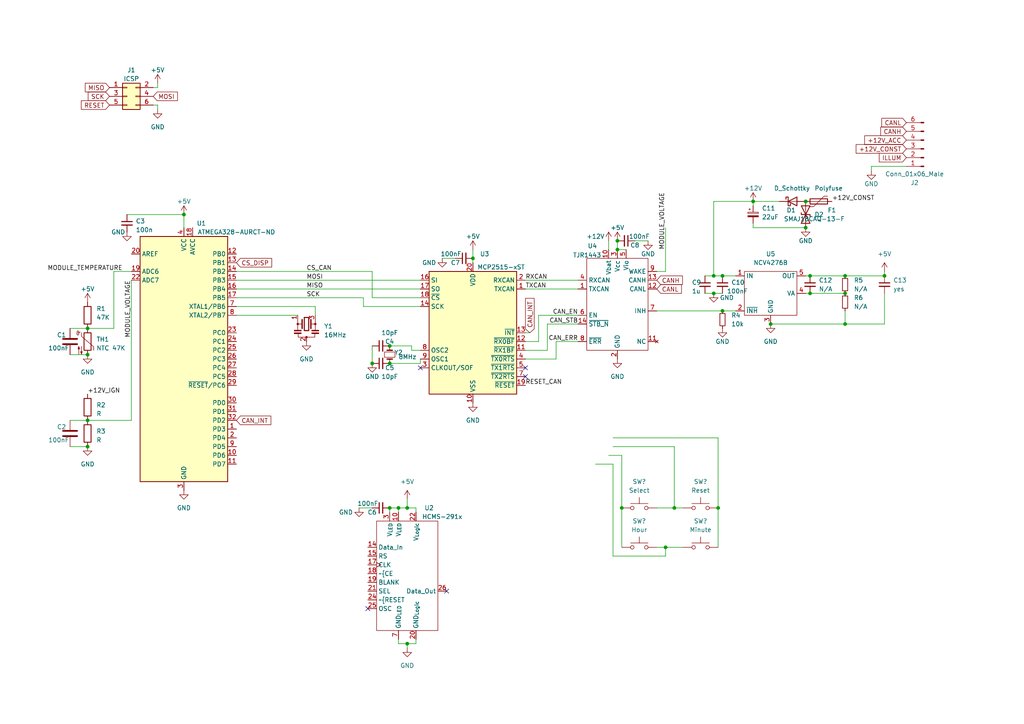
<source format=kicad_sch>
(kicad_sch (version 20211123) (generator eeschema)
  (paper "A4")
  (lib_symbols
    (symbol "Connector:Conn_01x06_Male" (pin_names (offset 1.016) hide)
      (property "Reference" "J" (at 0 7.62 0))
      (property "Value" "Conn_01x06_Male" (at 0 -10.16 0))
      (symbol "Conn_01x06_Male_1_1"
        (polyline (pts (xy 1.27 -7.62) (xy 0.8636 -7.62)) (stroke (width 0.1524)))
        (polyline (pts (xy 1.27 -5.08) (xy 0.8636 -5.08)) (stroke (width 0.1524)))
        (polyline (pts (xy 1.27 -2.54) (xy 0.8636 -2.54)) (stroke (width 0.1524)))
        (polyline (pts (xy 1.27 0) (xy 0.8636 0)) (stroke (width 0.1524)))
        (polyline (pts (xy 1.27 2.54) (xy 0.8636 2.54)) (stroke (width 0.1524)))
        (polyline (pts (xy 1.27 5.08) (xy 0.8636 5.08)) (stroke (width 0.1524)))
        (rectangle (start 0.8636 -7.493) (end 0 -7.747) (stroke (width 0.1524)) (fill (type outline)))
        (rectangle (start 0.8636 -4.953) (end 0 -5.207) (stroke (width 0.1524)) (fill (type outline)))
        (rectangle (start 0.8636 -2.413) (end 0 -2.667) (stroke (width 0.1524)) (fill (type outline)))
        (rectangle (start 0.8636 0.127) (end 0 -0.127) (stroke (width 0.1524)) (fill (type outline)))
        (rectangle (start 0.8636 2.667) (end 0 2.413) (stroke (width 0.1524)) (fill (type outline)))
        (rectangle (start 0.8636 5.207) (end 0 4.953) (stroke (width 0.1524)) (fill (type outline)))
        (pin passive line (at 5.08 5.08 180) (length 3.81) (name "Pin_1") (number "1"))
        (pin passive line (at 5.08 2.54 180) (length 3.81) (name "Pin_2") (number "2"))
        (pin passive line (at 5.08 0 180) (length 3.81) (name "Pin_3") (number "3"))
        (pin passive line (at 5.08 -2.54 180) (length 3.81) (name "Pin_4") (number "4"))
        (pin passive line (at 5.08 -5.08 180) (length 3.81) (name "Pin_5") (number "5"))
        (pin passive line (at 5.08 -7.62 180) (length 3.81) (name "Pin_6") (number "6"))
      )
    )
    (symbol "Connector_Generic:Conn_02x03_Odd_Even" (pin_names (offset 1.016) hide)
      (property "Reference" "J" (at 1.27 5.08 0))
      (property "Value" "Conn_02x03_Odd_Even" (at 1.27 -5.08 0))
      (symbol "Conn_02x03_Odd_Even_1_1"
        (rectangle (start -1.27 -2.413) (end 0 -2.667) (stroke (width 0.1524)))
        (rectangle (start -1.27 0.127) (end 0 -0.127) (stroke (width 0.1524)))
        (rectangle (start -1.27 2.667) (end 0 2.413) (stroke (width 0.1524)))
        (rectangle (start -1.27 3.81) (end 3.81 -3.81) (stroke (width 0.254)) (fill (type background)))
        (rectangle (start 3.81 -2.413) (end 2.54 -2.667) (stroke (width 0.1524)))
        (rectangle (start 3.81 0.127) (end 2.54 -0.127) (stroke (width 0.1524)))
        (rectangle (start 3.81 2.667) (end 2.54 2.413) (stroke (width 0.1524)))
        (pin passive line (at -5.08 2.54 0) (length 3.81) (name "Pin_1") (number "1"))
        (pin passive line (at 7.62 2.54 180) (length 3.81) (name "Pin_2") (number "2"))
        (pin passive line (at -5.08 0 0) (length 3.81) (name "Pin_3") (number "3"))
        (pin passive line (at 7.62 0 180) (length 3.81) (name "Pin_4") (number "4"))
        (pin passive line (at -5.08 -2.54 0) (length 3.81) (name "Pin_5") (number "5"))
        (pin passive line (at 7.62 -2.54 180) (length 3.81) (name "Pin_6") (number "6"))
      )
    )
    (symbol "Device:C" (pin_numbers hide) (pin_names (offset 0.254))
      (property "Reference" "C" (at 0.635 2.54 0))
      (property "Value" "C" (at 0.635 -2.54 0))
      (symbol "C_0_1"
        (polyline (pts (xy -2.032 -0.762) (xy 2.032 -0.762)) (stroke (width 0.508)))
        (polyline (pts (xy -2.032 0.762) (xy 2.032 0.762)) (stroke (width 0.508)))
      )
      (symbol "C_1_1"
        (pin passive line (at 0 3.81 270) (length 2.794) (name "~") (number "1"))
        (pin passive line (at 0 -3.81 90) (length 2.794) (name "~") (number "2"))
      )
    )
    (symbol "Device:C_Polarized_Small" (pin_numbers hide) (pin_names (offset 0.254) hide)
      (property "Reference" "C" (at 0.254 1.778 0))
      (property "Value" "C_Polarized_Small" (at 0.254 -2.032 0))
      (symbol "C_Polarized_Small_0_1"
        (rectangle (start -1.524 -0.3048) (end 1.524 -0.6858) (fill (type outline)))
        (rectangle (start -1.524 0.6858) (end 1.524 0.3048))
        (polyline (pts (xy -1.27 1.524) (xy -0.762 1.524)))
        (polyline (pts (xy -1.016 1.27) (xy -1.016 1.778)))
      )
      (symbol "C_Polarized_Small_1_1"
        (pin passive line (at 0 2.54 270) (length 1.8542) (name "~") (number "1"))
        (pin passive line (at 0 -2.54 90) (length 1.8542) (name "~") (number "2"))
      )
    )
    (symbol "Device:C_Small" (pin_numbers hide) (pin_names (offset 0.254) hide)
      (property "Reference" "C" (at 0.254 1.778 0))
      (property "Value" "C_Small" (at 0.254 -2.032 0))
      (symbol "C_Small_0_1"
        (polyline (pts (xy -1.524 -0.508) (xy 1.524 -0.508)) (stroke (width 0.3302)))
        (polyline (pts (xy -1.524 0.508) (xy 1.524 0.508)) (stroke (width 0.3048)))
      )
      (symbol "C_Small_1_1"
        (pin passive line (at 0 2.54 270) (length 2.032) (name "~") (number "1"))
        (pin passive line (at 0 -2.54 90) (length 2.032) (name "~") (number "2"))
      )
    )
    (symbol "Device:Crystal_Small" (pin_numbers hide) (pin_names (offset 1.016) hide)
      (property "Reference" "Y" (at 0 2.54 0))
      (property "Value" "Crystal_Small" (at 0 -2.54 0))
      (symbol "Crystal_Small_0_1"
        (rectangle (start -0.762 -1.524) (end 0.762 1.524))
        (polyline (pts (xy -1.27 -0.762) (xy -1.27 0.762)) (stroke (width 0.381)))
        (polyline (pts (xy 1.27 -0.762) (xy 1.27 0.762)) (stroke (width 0.381)))
      )
      (symbol "Crystal_Small_1_1"
        (pin passive line (at -2.54 0 0) (length 1.27) (name "1") (number "1"))
        (pin passive line (at 2.54 0 180) (length 1.27) (name "2") (number "2"))
      )
    )
    (symbol "Device:D_Schottky" (pin_numbers hide) (pin_names (offset 1.016) hide)
      (property "Reference" "D" (at 0 2.54 0))
      (property "Value" "D_Schottky" (at 0 -2.54 0))
      (symbol "D_Schottky_0_1"
        (polyline (pts (xy 1.27 0) (xy -1.27 0)))
        (polyline (pts (xy 1.27 1.27) (xy 1.27 -1.27) (xy -1.27 0) (xy 1.27 1.27)) (stroke (width 0.254)))
        (polyline (pts (xy -1.905 0.635) (xy -1.905 1.27) (xy -1.27 1.27) (xy -1.27 -1.27) (xy -0.635 -1.27) (xy -0.635 -0.635)) (stroke (width 0.254)))
      )
      (symbol "D_Schottky_1_1"
        (pin passive line (at -3.81 0 0) (length 2.54) (name "K") (number "1"))
        (pin passive line (at 3.81 0 180) (length 2.54) (name "A") (number "2"))
      )
    )
    (symbol "Device:D_TVS" (pin_numbers hide) (pin_names (offset 1.016) hide)
      (property "Reference" "D" (at 0 2.54 0))
      (property "Value" "D_TVS" (at 0 -2.54 0))
      (symbol "D_TVS_0_1"
        (polyline (pts (xy 1.27 0) (xy -1.27 0)))
        (polyline (pts (xy 0.508 1.27) (xy 0 1.27) (xy 0 -1.27) (xy -0.508 -1.27)) (stroke (width 0.254)))
        (polyline (pts (xy -2.54 1.27) (xy -2.54 -1.27) (xy 2.54 1.27) (xy 2.54 -1.27) (xy -2.54 1.27)) (stroke (width 0.254)))
      )
      (symbol "D_TVS_1_1"
        (pin passive line (at -3.81 0 0) (length 2.54) (name "A1") (number "1"))
        (pin passive line (at 3.81 0 180) (length 2.54) (name "A2") (number "2"))
      )
    )
    (symbol "Device:Polyfuse" (pin_numbers hide) (pin_names (offset 0))
      (property "Reference" "F" (at -2.54 0 90))
      (property "Value" "Polyfuse" (at 2.54 0 90))
      (symbol "Polyfuse_0_1"
        (rectangle (start -0.762 2.54) (end 0.762 -2.54) (stroke (width 0.254)))
        (polyline (pts (xy 0 2.54) (xy 0 -2.54)))
        (polyline (pts (xy -1.524 2.54) (xy -1.524 1.524) (xy 1.524 -1.524) (xy 1.524 -2.54)))
      )
      (symbol "Polyfuse_1_1"
        (pin passive line (at 0 3.81 270) (length 1.27) (name "~") (number "1"))
        (pin passive line (at 0 -3.81 90) (length 1.27) (name "~") (number "2"))
      )
    )
    (symbol "Device:R" (pin_numbers hide) (pin_names (offset 0))
      (property "Reference" "R" (at 2.032 0 90))
      (property "Value" "R" (at 0 0 90))
      (symbol "R_0_1"
        (rectangle (start -1.016 -2.54) (end 1.016 2.54) (stroke (width 0.254)))
      )
      (symbol "R_1_1"
        (pin passive line (at 0 3.81 270) (length 1.27) (name "~") (number "1"))
        (pin passive line (at 0 -3.81 90) (length 1.27) (name "~") (number "2"))
      )
    )
    (symbol "Device:R_Small" (pin_numbers hide) (pin_names (offset 0.254) hide)
      (property "Reference" "R" (at 0.762 0.508 0))
      (property "Value" "R_Small" (at 0.762 -1.016 0))
      (symbol "R_Small_0_1"
        (rectangle (start -0.762 1.778) (end 0.762 -1.778) (stroke (width 0.2032)))
      )
      (symbol "R_Small_1_1"
        (pin passive line (at 0 2.54 270) (length 0.762) (name "~") (number "1"))
        (pin passive line (at 0 -2.54 90) (length 0.762) (name "~") (number "2"))
      )
    )
    (symbol "Device:Resonator_Small" (pin_names (offset 1.016) hide)
      (property "Reference" "Y" (at 3.175 1.905 0))
      (property "Value" "Resonator_Small" (at 3.175 0 0))
      (symbol "Resonator_Small_0_1"
        (rectangle (start -3.556 -2.54) (end -1.524 -2.794) (fill (type outline)))
        (rectangle (start -3.556 -1.778) (end -1.524 -2.032) (fill (type outline)))
        (circle (center -2.54 0) (radius 0.254) (fill (type outline)))
        (rectangle (start -0.635 1.905) (end 0.635 -1.905) (stroke (width 0.3048)))
        (circle (center 0 -3.81) (radius 0.254) (fill (type outline)))
        (polyline (pts (xy -2.54 -1.778) (xy -2.54 0)))
        (polyline (pts (xy -2.54 0) (xy -1.397 0)))
        (polyline (pts (xy -2.54 1.27) (xy -2.54 0)))
        (polyline (pts (xy -1.27 -1.27) (xy -1.27 1.27)) (stroke (width 0.381)))
        (polyline (pts (xy 1.27 -1.27) (xy 1.27 1.27)) (stroke (width 0.381)))
        (polyline (pts (xy 1.27 0) (xy 2.54 0)))
        (polyline (pts (xy 2.54 0) (xy 2.54 -1.778)))
        (polyline (pts (xy 2.54 1.27) (xy 2.54 0)))
        (polyline (pts (xy 2.413 -2.794) (xy 2.413 -3.81) (xy -2.413 -3.81) (xy -2.413 -2.667)))
        (rectangle (start 1.524 -2.54) (end 3.556 -2.794) (fill (type outline)))
        (rectangle (start 1.524 -1.778) (end 3.556 -2.032) (fill (type outline)))
        (circle (center 2.54 0) (radius 0.254) (fill (type outline)))
      )
      (symbol "Resonator_Small_1_1"
        (pin passive line (at -2.54 2.54 270) (length 1.27) (name "1") (number "1"))
        (pin passive line (at 0 -5.08 90) (length 1.27) (name "2") (number "2"))
        (pin passive line (at 2.54 2.54 270) (length 1.27) (name "3") (number "3"))
      )
    )
    (symbol "Device:Thermistor_NTC" (pin_numbers hide) (pin_names (offset 0))
      (property "Reference" "TH" (at -4.445 0 90))
      (property "Value" "Thermistor_NTC" (at 3.175 0 90))
      (symbol "Thermistor_NTC_0_1"
        (arc (start -3.048 2.159) (mid -3.0505 2.3165) (end -3.175 2.413))
        (arc (start -3.048 2.159) (mid -2.9736 1.9794) (end -2.794 1.905))
        (arc (start -3.048 2.794) (mid -2.9736 2.6144) (end -2.794 2.54))
        (arc (start -2.794 1.905) (mid -2.6144 1.9794) (end -2.54 2.159))
        (arc (start -2.794 2.54) (mid -2.434 2.5608) (end -2.159 2.794))
        (arc (start -2.794 3.048) (mid -2.9736 2.9736) (end -3.048 2.794))
        (arc (start -2.54 2.794) (mid -2.6144 2.9736) (end -2.794 3.048))
        (rectangle (start -1.016 2.54) (end 1.016 -2.54) (stroke (width 0.254)))
        (polyline (pts (xy -2.54 2.159) (xy -2.54 2.794)))
        (polyline (pts (xy -1.778 2.54) (xy -1.778 1.524) (xy 1.778 -1.524) (xy 1.778 -2.54)))
        (polyline (pts (xy -2.54 -3.683) (xy -2.54 -1.397) (xy -2.794 -2.159) (xy -2.286 -2.159) (xy -2.54 -1.397) (xy -2.54 -1.651)) (fill (type outline)))
        (polyline (pts (xy -1.778 -1.397) (xy -1.778 -3.683) (xy -2.032 -2.921) (xy -1.524 -2.921) (xy -1.778 -3.683) (xy -1.778 -3.429)) (fill (type outline)))
      )
      (symbol "Thermistor_NTC_1_1"
        (pin passive line (at 0 3.81 270) (length 1.27) (name "~") (number "1"))
        (pin passive line (at 0 -3.81 90) (length 1.27) (name "~") (number "2"))
      )
    )
    (symbol "Interface_CAN_LIN:MCP2515-xST"
      (property "Reference" "U" (at -10.16 19.685 0))
      (property "Value" "MCP2515-xST" (at 19.05 20.32 0))
      (symbol "MCP2515-xST_0_1"
        (rectangle (start -12.7 17.78) (end 12.7 -17.78) (stroke (width 0.254)) (fill (type background)))
      )
      (symbol "MCP2515-xST_1_1"
        (pin output line (at 15.24 12.7 180) (length 2.54) (name "TXCAN") (number "1"))
        (pin power_in line (at 0 -20.32 90) (length 2.54) (name "VSS") (number "10"))
        (pin output line (at 15.24 -5.08 180) (length 2.54) (name "~{RX1BF}") (number "11"))
        (pin output line (at 15.24 -2.54 180) (length 2.54) (name "~{RX0BF}") (number "12"))
        (pin output line (at 15.24 0 180) (length 2.54) (name "~{INT}") (number "13"))
        (pin input line (at -15.24 7.62 0) (length 2.54) (name "SCK") (number "14"))
        (pin no_connect line (at -12.7 -2.54 0) (length 2.54) hide (name "NC") (number "15"))
        (pin input line (at -15.24 15.24 0) (length 2.54) (name "SI") (number "16"))
        (pin output line (at -15.24 12.7 0) (length 2.54) (name "SO") (number "17"))
        (pin input line (at -15.24 10.16 0) (length 2.54) (name "~{CS}") (number "18"))
        (pin input line (at 15.24 -15.24 180) (length 2.54) (name "~{RESET}") (number "19"))
        (pin input line (at 15.24 15.24 180) (length 2.54) (name "RXCAN") (number "2"))
        (pin power_in line (at 0 20.32 270) (length 2.54) (name "VDD") (number "20"))
        (pin output line (at -15.24 -10.16 0) (length 2.54) (name "CLKOUT/SOF") (number "3"))
        (pin input line (at 15.24 -7.62 180) (length 2.54) (name "~{TX0RTS}") (number "4"))
        (pin input line (at 15.24 -10.16 180) (length 2.54) (name "~{TX1RTS}") (number "5"))
        (pin no_connect line (at -12.7 0 0) (length 2.54) hide (name "NC") (number "6"))
        (pin input line (at 15.24 -12.7 180) (length 2.54) (name "~{TX2RTS}") (number "7"))
        (pin output line (at -15.24 -5.08 0) (length 2.54) (name "OSC2") (number "8"))
        (pin input line (at -15.24 -7.62 0) (length 2.54) (name "OSC1") (number "9"))
      )
    )
    (symbol "MCU_Microchip_ATmega:ATmega328-A"
      (property "Reference" "U" (at -12.7 36.83 0))
      (property "Value" "ATmega328-A" (at 2.54 -36.83 0))
      (symbol "ATmega328-A_0_1"
        (rectangle (start -12.7 -35.56) (end 12.7 35.56) (stroke (width 0.254)) (fill (type background)))
      )
      (symbol "ATmega328-A_1_1"
        (pin bidirectional line (at 15.24 -20.32 180) (length 2.54) (name "PD3") (number "1"))
        (pin bidirectional line (at 15.24 -27.94 180) (length 2.54) (name "PD6") (number "10"))
        (pin bidirectional line (at 15.24 -30.48 180) (length 2.54) (name "PD7") (number "11"))
        (pin bidirectional line (at 15.24 30.48 180) (length 2.54) (name "PB0") (number "12"))
        (pin bidirectional line (at 15.24 27.94 180) (length 2.54) (name "PB1") (number "13"))
        (pin bidirectional line (at 15.24 25.4 180) (length 2.54) (name "PB2") (number "14"))
        (pin bidirectional line (at 15.24 22.86 180) (length 2.54) (name "PB3") (number "15"))
        (pin bidirectional line (at 15.24 20.32 180) (length 2.54) (name "PB4") (number "16"))
        (pin bidirectional line (at 15.24 17.78 180) (length 2.54) (name "PB5") (number "17"))
        (pin power_in line (at 2.54 38.1 270) (length 2.54) (name "AVCC") (number "18"))
        (pin input line (at -15.24 25.4 0) (length 2.54) (name "ADC6") (number "19"))
        (pin bidirectional line (at 15.24 -22.86 180) (length 2.54) (name "PD4") (number "2"))
        (pin passive line (at -15.24 30.48 0) (length 2.54) (name "AREF") (number "20"))
        (pin passive line (at 0 -38.1 90) (length 2.54) hide (name "GND") (number "21"))
        (pin input line (at -15.24 22.86 0) (length 2.54) (name "ADC7") (number "22"))
        (pin bidirectional line (at 15.24 7.62 180) (length 2.54) (name "PC0") (number "23"))
        (pin bidirectional line (at 15.24 5.08 180) (length 2.54) (name "PC1") (number "24"))
        (pin bidirectional line (at 15.24 2.54 180) (length 2.54) (name "PC2") (number "25"))
        (pin bidirectional line (at 15.24 0 180) (length 2.54) (name "PC3") (number "26"))
        (pin bidirectional line (at 15.24 -2.54 180) (length 2.54) (name "PC4") (number "27"))
        (pin bidirectional line (at 15.24 -5.08 180) (length 2.54) (name "PC5") (number "28"))
        (pin bidirectional line (at 15.24 -7.62 180) (length 2.54) (name "~{RESET}/PC6") (number "29"))
        (pin power_in line (at 0 -38.1 90) (length 2.54) (name "GND") (number "3"))
        (pin bidirectional line (at 15.24 -12.7 180) (length 2.54) (name "PD0") (number "30"))
        (pin bidirectional line (at 15.24 -15.24 180) (length 2.54) (name "PD1") (number "31"))
        (pin bidirectional line (at 15.24 -17.78 180) (length 2.54) (name "PD2") (number "32"))
        (pin power_in line (at 0 38.1 270) (length 2.54) (name "VCC") (number "4"))
        (pin passive line (at 0 -38.1 90) (length 2.54) hide (name "GND") (number "5"))
        (pin passive line (at 0 38.1 270) (length 2.54) hide (name "VCC") (number "6"))
        (pin bidirectional line (at 15.24 15.24 180) (length 2.54) (name "XTAL1/PB6") (number "7"))
        (pin bidirectional line (at 15.24 12.7 180) (length 2.54) (name "XTAL2/PB7") (number "8"))
        (pin bidirectional line (at 15.24 -25.4 180) (length 2.54) (name "PD5") (number "9"))
      )
    )
    (symbol "Personal:HCMS-291x"
      (property "Reference" "U" (at 6.35 20.32 0))
      (property "Value" "HCMS-291x" (at 10.16 17.78 0))
      (symbol "HCMS-291x_0_1"
        (rectangle (start -8.89 16.51) (end 8.89 -15.24) (stroke (width 0.1524)))
      )
      (symbol "HCMS-291x_1_1"
        (pin power_in line (at -2.54 19.05 270) (length 2.54) (name "V_{LED}") (number "10"))
        (pin input line (at -11.43 8.89 0) (length 2.54) (name "Data_In") (number "14"))
        (pin input line (at -11.43 6.35 0) (length 2.54) (name "RS") (number "15"))
        (pin input clock (at -11.43 3.81 0) (length 2.54) (name "CLK") (number "17"))
        (pin input line (at -11.43 1.27 0) (length 2.54) (name "~{CE") (number "18"))
        (pin input line (at -11.43 -1.27 0) (length 2.54) (name "BLANK") (number "19"))
        (pin power_in line (at 2.54 -17.78 90) (length 2.54) (name "GND_{Logic}") (number "20"))
        (pin input line (at -11.43 -3.81 0) (length 2.54) (name "SEL") (number "21"))
        (pin power_in line (at 2.54 19.05 270) (length 2.54) (name "V_{Logic}") (number "22"))
        (pin input line (at -11.43 -6.35 0) (length 2.54) (name "~{RESET") (number "24"))
        (pin input line (at -11.43 -8.89 0) (length 2.54) (name "OSC") (number "25"))
        (pin output line (at 11.43 -3.81 180) (length 2.54) (name "Data_Out") (number "26"))
        (pin power_in line (at -5.08 19.05 270) (length 2.54) (name "V_{LED}") (number "3"))
        (pin power_in line (at -2.54 -17.78 90) (length 2.54) (name "GND_{LED}") (number "7"))
      )
    )
    (symbol "Personal:NCV4276B"
      (property "Reference" "U" (at 0 7.62 0))
      (property "Value" "NCV4276B" (at 0 5.08 0))
      (symbol "NCV4276B_0_1"
        (rectangle (start -7.62 3.81) (end 7.62 -8.89) (stroke (width 0.1524)))
      )
      (symbol "NCV4276B_1_1"
        (pin power_in line (at -10.16 2.54 0) (length 2.54) (name "IN") (number "1"))
        (pin input line (at -10.16 -7.62 0) (length 2.54) (name "~{INH}") (number "2"))
        (pin input line (at 0 -11.43 90) (length 2.54) (name "GND") (number "3"))
        (pin input line (at 10.16 -2.54 180) (length 2.54) (name "VA") (number "4"))
        (pin power_out line (at 10.16 2.54 180) (length 2.54) (name "OUT") (number "5"))
      )
    )
    (symbol "Personal:TJR1443"
      (property "Reference" "U" (at 7.62 6.35 0))
      (property "Value" "TJR1443" (at 7.62 3.81 0))
      (symbol "TJR1443_0_1"
        (rectangle (start -8.89 2.54) (end 8.89 -24.13) (stroke (width 0.1524)))
      )
      (symbol "TJR1443_1_1"
        (pin input line (at -11.43 -6.35 0) (length 2.54) (name "TXCAN") (number "1"))
        (pin power_in line (at -2.54 5.08 270) (length 2.54) (name "Vbat") (number "10"))
        (pin no_connect line (at 11.43 -21.59 180) (length 2.54) (name "NC") (number "11"))
        (pin bidirectional line (at 11.43 -6.35 180) (length 2.54) (name "CANL") (number "12"))
        (pin bidirectional line (at 11.43 -3.81 180) (length 2.54) (name "CANH") (number "13"))
        (pin input line (at -11.43 -16.51 0) (length 2.54) (name "~{STB_N}") (number "14"))
        (pin power_in line (at 0 -26.67 90) (length 2.54) (name "GND") (number "2"))
        (pin power_in line (at 0 5.08 270) (length 2.54) (name "Vcc") (number "3"))
        (pin output line (at -11.43 -3.81 0) (length 2.54) (name "RXCAN") (number "4"))
        (pin power_in line (at 2.54 5.08 270) (length 2.54) (name "Vio") (number "5"))
        (pin input line (at -11.43 -13.97 0) (length 2.54) (name "EN") (number "6"))
        (pin output line (at 11.43 -12.7 180) (length 2.54) (name "INH") (number "7"))
        (pin output line (at -11.43 -21.59 0) (length 2.54) (name "~{ERR}") (number "8"))
        (pin input line (at 11.43 -1.27 180) (length 2.54) (name "WAKE") (number "9"))
      )
    )
    (symbol "Switch:SW_Push" (pin_numbers hide) (pin_names (offset 1.016) hide)
      (property "Reference" "SW" (at 1.27 2.54 0))
      (property "Value" "SW_Push" (at 0 -1.524 0))
      (symbol "SW_Push_0_1"
        (circle (center -2.032 0) (radius 0.508))
        (polyline (pts (xy 0 1.27) (xy 0 3.048)))
        (polyline (pts (xy 2.54 1.27) (xy -2.54 1.27)))
        (circle (center 2.032 0) (radius 0.508))
        (pin passive line (at -5.08 0 0) (length 2.54) (name "1") (number "1"))
        (pin passive line (at 5.08 0 180) (length 2.54) (name "2") (number "2"))
      )
    )
    (symbol "power:+12V" (power) (pin_names (offset 0))
      (property "Value" "+12V" (at 0 3.556 0))
      (symbol "+12V_0_1"
        (polyline (pts (xy -0.762 1.27) (xy 0 2.54)))
        (polyline (pts (xy 0 0) (xy 0 2.54)))
        (polyline (pts (xy 0 2.54) (xy 0.762 1.27)))
      )
      (symbol "+12V_1_1"
        (pin power_in line (at 0 0 90) (length 0) hide (name "+12V") (number "1"))
      )
    )
    (symbol "power:+5V" (power) (pin_names (offset 0))
      (property "Value" "+5V" (at 0 3.556 0))
      (symbol "+5V_0_1"
        (polyline (pts (xy -0.762 1.27) (xy 0 2.54)))
        (polyline (pts (xy 0 0) (xy 0 2.54)))
        (polyline (pts (xy 0 2.54) (xy 0.762 1.27)))
      )
      (symbol "+5V_1_1"
        (pin power_in line (at 0 0 90) (length 0) hide (name "+5V") (number "1"))
      )
    )
    (symbol "power:GND" (power) (pin_names (offset 0))
      (property "Value" "GND" (at 0 -3.81 0))
      (symbol "GND_0_1"
        (polyline (pts (xy 0 0) (xy 0 -1.27) (xy 1.27 -1.27) (xy 0 -2.54) (xy -1.27 -1.27) (xy 0 -1.27)))
      )
      (symbol "GND_1_1"
        (pin power_in line (at 0 0 270) (length 0) hide (name "GND") (number "1"))
      )
    )
  )
  (junction (at 25.4 102.87) (diameter 0.9144))
  (junction (at 53.34 62.23) (diameter 0.9144))
  (junction (at 118.11 147.32))
  (junction (at 107.95 105.41))
  (junction (at 193.04 158.75))
  (junction (at 209.55 80.01))
  (junction (at 115.57 147.32))
  (junction (at 113.03 147.32))
  (junction (at 195.58 147.32))
  (junction (at 234.95 85.09))
  (junction (at 207.01 80.01))
  (junction (at 256.54 80.01))
  (junction (at 180.34 147.32))
  (junction (at 245.11 85.09))
  (junction (at 113.03 105.41))
  (junction (at 233.68 58.42))
  (junction (at 25.4 129.54) (diameter 0.9144))
  (junction (at 207.01 85.09) (diameter 0.9144))
  (junction (at 25.4 121.92) (diameter 0.9144))
  (junction (at 113.03 100.33))
  (junction (at 208.28 147.32))
  (junction (at 209.55 90.17))
  (junction (at 218.44 58.42))
  (junction (at 137.16 74.93) (diameter 0.9144))
  (junction (at 245.11 93.98))
  (junction (at 179.07 72.39) (diameter 0.9144))
  (junction (at 233.68 66.04))
  (junction (at 245.11 80.01))
  (junction (at 234.95 80.01))
  (junction (at 118.11 186.69))
  (junction (at 179.07 69.85) (diameter 0.9144))
  (junction (at 25.4 95.25) (diameter 0.9144))
  (junction (at 223.52 93.98))
  (no_connect (at 152.4 106.68))
  (no_connect (at 106.68 176.53))
  (no_connect (at 152.4 109.22))
  (no_connect (at 121.92 106.68))
  (no_connect (at 129.54 171.45))
  (wire (pts (xy 218.44 58.42) (xy 218.44 59.69)))
  (wire (pts (xy 208.28 147.32) (xy 208.28 158.75)))
  (wire (pts (xy 208.28 147.32) (xy 208.28 127)))
  (wire (pts (xy 204.47 85.09) (xy 207.01 85.09)))
  (wire (pts (xy 209.55 90.17) (xy 213.36 90.17)))
  (wire (pts (xy 68.58 88.9) (xy 91.44 88.9)))
  (wire (pts (xy 36.83 62.23) (xy 53.34 62.23)))
  (wire (pts (xy 152.4 96.52) (xy 153.67 96.52)))
  (wire (pts (xy 137.16 72.39) (xy 137.16 74.93)))
  (wire (pts (xy 190.5 147.32) (xy 195.58 147.32)))
  (wire (pts (xy 177.8 161.29) (xy 177.8 134.62)))
  (wire (pts (xy 68.58 91.44) (xy 86.36 91.44)))
  (wire (pts (xy 128.27 74.93) (xy 132.08 74.93)))
  (wire (pts (xy 119.38 100.33) (xy 119.38 101.6)))
  (wire (pts (xy 115.57 147.32) (xy 118.11 147.32)))
  (wire (pts (xy 68.58 86.36) (xy 105.41 86.36)))
  (wire (pts (xy 179.07 69.85) (xy 179.07 72.39)))
  (wire (pts (xy 118.11 147.32) (xy 118.11 144.78)))
  (wire (pts (xy 180.34 147.32) (xy 180.34 158.75)))
  (wire (pts (xy 193.04 158.75) (xy 198.12 158.75)))
  (wire (pts (xy 207.01 58.42) (xy 207.01 80.01)))
  (wire (pts (xy 207.01 80.01) (xy 209.55 80.01)))
  (wire (pts (xy 120.65 185.42) (xy 120.65 186.69)))
  (wire (pts (xy 152.4 101.6) (xy 158.75 101.6)))
  (wire (pts (xy 180.34 147.32) (xy 180.34 132.08)))
  (wire (pts (xy 68.58 78.74) (xy 107.95 78.74)))
  (wire (pts (xy 245.11 93.98) (xy 245.11 90.17)))
  (wire (pts (xy 104.14 147.32) (xy 107.95 147.32)))
  (wire (pts (xy 262.89 48.26) (xy 252.73 48.26)))
  (wire (pts (xy 223.52 93.98) (xy 245.11 93.98)))
  (wire (pts (xy 107.95 86.36) (xy 107.95 78.74)))
  (wire (pts (xy 177.8 127) (xy 208.28 127)))
  (wire (pts (xy 68.58 81.28) (xy 121.92 81.28)))
  (wire (pts (xy 158.75 93.98) (xy 167.64 93.98)))
  (wire (pts (xy 105.41 86.36) (xy 105.41 88.9)))
  (wire (pts (xy 161.29 104.14) (xy 152.4 104.14)))
  (wire (pts (xy 115.57 147.32) (xy 115.57 148.59)))
  (wire (pts (xy 190.5 90.17) (xy 209.55 90.17)))
  (wire (pts (xy 179.07 72.39) (xy 181.61 72.39)))
  (wire (pts (xy 113.03 100.33) (xy 119.38 100.33)))
  (wire (pts (xy 91.44 88.9) (xy 91.44 91.44)))
  (wire (pts (xy 234.95 80.01) (xy 245.11 80.01)))
  (wire (pts (xy 120.65 186.69) (xy 118.11 186.69)))
  (wire (pts (xy 20.32 121.92) (xy 25.4 121.92)))
  (wire (pts (xy 256.54 80.01) (xy 256.54 78.74)))
  (wire (pts (xy 107.95 86.36) (xy 121.92 86.36)))
  (wire (pts (xy 195.58 147.32) (xy 195.58 129.54)))
  (wire (pts (xy 218.44 58.42) (xy 207.01 58.42)))
  (wire (pts (xy 161.29 99.06) (xy 167.64 99.06)))
  (wire (pts (xy 207.01 85.09) (xy 209.55 85.09)))
  (wire (pts (xy 152.4 81.28) (xy 167.64 81.28)))
  (wire (pts (xy 204.47 80.01) (xy 207.01 80.01)))
  (wire (pts (xy 252.73 48.26) (xy 252.73 49.53)))
  (wire (pts (xy 20.32 129.54) (xy 25.4 129.54)))
  (wire (pts (xy 193.04 161.29) (xy 177.8 161.29)))
  (wire (pts (xy 115.57 186.69) (xy 118.11 186.69)))
  (wire (pts (xy 44.45 30.48) (xy 45.72 30.48)))
  (wire (pts (xy 45.72 30.48) (xy 45.72 31.75)))
  (wire (pts (xy 113.03 147.32) (xy 115.57 147.32)))
  (wire (pts (xy 190.5 78.74) (xy 193.04 78.74)))
  (wire (pts (xy 118.11 186.69) (xy 118.11 187.96)))
  (wire (pts (xy 25.4 95.25) (xy 33.02 95.25)))
  (wire (pts (xy 119.38 101.6) (xy 121.92 101.6)))
  (wire (pts (xy 256.54 93.98) (xy 245.11 93.98)))
  (wire (pts (xy 120.65 147.32) (xy 118.11 147.32)))
  (wire (pts (xy 33.02 78.74) (xy 38.1 78.74)))
  (wire (pts (xy 156.21 91.44) (xy 156.21 99.06)))
  (wire (pts (xy 115.57 185.42) (xy 115.57 186.69)))
  (wire (pts (xy 172.72 134.62) (xy 177.8 134.62)))
  (wire (pts (xy 107.95 100.33) (xy 107.95 105.41)))
  (wire (pts (xy 44.45 25.4) (xy 45.72 25.4)))
  (wire (pts (xy 45.72 24.13) (xy 45.72 25.4)))
  (wire (pts (xy 233.68 85.09) (xy 234.95 85.09)))
  (wire (pts (xy 187.96 69.85) (xy 184.15 69.85)))
  (wire (pts (xy 137.16 74.93) (xy 137.16 76.2)))
  (wire (pts (xy 177.8 129.54) (xy 195.58 129.54)))
  (wire (pts (xy 20.32 102.87) (xy 25.4 102.87)))
  (wire (pts (xy 68.58 83.82) (xy 121.92 83.82)))
  (wire (pts (xy 245.11 80.01) (xy 256.54 80.01)))
  (wire (pts (xy 233.68 80.01) (xy 234.95 80.01)))
  (wire (pts (xy 234.95 85.09) (xy 245.11 85.09)))
  (wire (pts (xy 218.44 64.77) (xy 218.44 66.04)))
  (wire (pts (xy 193.04 158.75) (xy 193.04 161.29)))
  (wire (pts (xy 226.06 58.42) (xy 218.44 58.42)))
  (wire (pts (xy 176.53 69.85) (xy 176.53 72.39)))
  (wire (pts (xy 25.4 121.92) (xy 38.1 121.92)))
  (wire (pts (xy 161.29 99.06) (xy 161.29 104.14)))
  (wire (pts (xy 121.92 104.14) (xy 121.92 105.41)))
  (wire (pts (xy 120.65 148.59) (xy 120.65 147.32)))
  (wire (pts (xy 156.21 99.06) (xy 152.4 99.06)))
  (wire (pts (xy 167.64 91.44) (xy 156.21 91.44)))
  (wire (pts (xy 158.75 101.6) (xy 158.75 93.98)))
  (wire (pts (xy 176.53 132.08) (xy 180.34 132.08)))
  (wire (pts (xy 105.41 88.9) (xy 121.92 88.9)))
  (wire (pts (xy 121.92 105.41) (xy 113.03 105.41)))
  (wire (pts (xy 38.1 121.92) (xy 38.1 81.28)))
  (wire (pts (xy 195.58 147.32) (xy 198.12 147.32)))
  (wire (pts (xy 209.55 80.01) (xy 213.36 80.01)))
  (wire (pts (xy 152.4 83.82) (xy 167.64 83.82)))
  (wire (pts (xy 113.03 148.59) (xy 113.03 147.32)))
  (wire (pts (xy 53.34 62.23) (xy 53.34 66.04)))
  (wire (pts (xy 20.32 95.25) (xy 25.4 95.25)))
  (wire (pts (xy 190.5 158.75) (xy 193.04 158.75)))
  (wire (pts (xy 193.04 78.74) (xy 193.04 66.04)))
  (wire (pts (xy 33.02 95.25) (xy 33.02 78.74)))
  (wire (pts (xy 256.54 85.09) (xy 256.54 93.98)))
  (wire (pts (xy 218.44 66.04) (xy 233.68 66.04)))
  (label "MISO" (at 88.9 83.82 0))
  (label "+12V_CONST" (at 241.3 58.42 0))
  (label "MODULE_VOLTAGE" (at 193.04 72.39 90))
  (label "CS_CAN" (at 88.9 78.74 0))
  (label "RESET_CAN" (at 152.4 111.76 0))
  (label "MOSI" (at 88.9 81.28 0))
  (label "RXCAN" (at 152.4 81.28 0))
  (label "CAN_EN" (at 167.64 91.44 180))
  (label "SCK" (at 88.9 86.36 0))
  (label "MODULE_TEMPERATURE" (at 35.56 78.74 180))
  (label "+12V_IGN" (at 25.4 114.3 0))
  (label "CAN_STB" (at 167.64 93.98 180))
  (label "TXCAN" (at 152.4 83.82 0))
  (label "MODULE_VOLTAGE" (at 38.1 81.28 270))
  (label "CAN_ERR" (at 167.64 99.06 180))
  (global_label "ILLUM" (shape input) (at 262.89 45.72 180) (property "Intersheet References" "${INTERSHEET_REFS}" (effects hide)))
  (global_label "CANH" (shape input) (at 190.5 81.28 0) (property "Intersheet References" "${INTERSHEET_REFS}" (effects hide)))
  (global_label "CANL" (shape input) (at 190.5 83.82 0) (property "Intersheet References" "${INTERSHEET_REFS}" (effects hide)))
  (global_label "CANH" (shape input) (at 262.89 38.1 180) (property "Intersheet References" "${INTERSHEET_REFS}" (effects hide)))
  (global_label "+12V_ACC" (shape input) (at 262.89 40.64 180) (property "Intersheet References" "${INTERSHEET_REFS}" (effects hide)))
  (global_label "SCK" (shape input) (at 31.75 27.94 180) (property "Intersheet References" "${INTERSHEET_REFS}" (effects hide)))
  (global_label "CS_DISP" (shape input) (at 68.58 76.2 0) (property "Intersheet References" "${INTERSHEET_REFS}" (effects hide)))
  (global_label "CAN_INT" (shape input) (at 153.67 96.52 90) (property "Intersheet References" "${INTERSHEET_REFS}" (effects hide)))
  (global_label "+12V_CONST" (shape input) (at 262.89 43.18 180) (property "Intersheet References" "${INTERSHEET_REFS}" (effects hide)))
  (global_label "RESET" (shape input) (at 31.75 30.48 180) (property "Intersheet References" "${INTERSHEET_REFS}" (effects hide)))
  (global_label "CANL" (shape input) (at 262.89 35.56 180) (property "Intersheet References" "${INTERSHEET_REFS}" (effects hide)))
  (global_label "MOSI" (shape input) (at 44.45 27.94 0) (property "Intersheet References" "${INTERSHEET_REFS}" (effects hide)))
  (global_label "MISO" (shape input) (at 31.75 25.4 180) (property "Intersheet References" "${INTERSHEET_REFS}" (effects hide)))
  (global_label "CAN_INT" (shape input) (at 68.58 121.92 0) (property "Intersheet References" "${INTERSHEET_REFS}" (effects hide)))
  (symbol (lib_id "Device:C_Small") (at 110.49 147.32 90) (unit 1)
    (property "Reference" "C6" (at 107.95 148.59 90))
    (property "Value" "100nF" (at 106.68 146.05 90))
    (property "Footprint" "Capacitor_SMD:C_0805_2012Metric_Pad1.18x1.45mm_HandSolder" (effects hide))
  )
  (symbol (lib_id "power:GND") (at 223.52 93.98 0) (unit 1)
    (property "Reference" "#PWR024" (effects hide))
    (property "Value" "GND" (at 223.52 99.06 0))
  )
  (symbol (lib_id "Device:C") (at 20.32 99.06 0) (unit 1)
    (property "Reference" "C1" (at 16.51 97.1549 0) (effects (justify left)))
    (property "Value" "100nF" (at 13.97 100.9649 0) (effects (justify left)))
    (property "Footprint" "Capacitor_SMD:C_0805_2012Metric_Pad1.18x1.45mm_HandSolder" (effects hide))
  )
  (symbol (lib_id "Personal:NCV4276B") (at 223.52 82.55 0) (unit 1)
    (property "Reference" "U5" (at 223.52 73.66 0))
    (property "Value" "NCV4276B" (at 223.52 76.2 0))
    (property "Footprint" "Package_TO_SOT_SMD:TO-263-5_TabPin3" (effects hide))
  )
  (symbol (lib_id "power:+5V") (at 137.16 72.39 0) (unit 1)
    (property "Reference" "#PWR015" (effects hide))
    (property "Value" "+5V" (at 137.16 68.58 0))
  )
  (symbol (lib_id "power:GND") (at 45.72 31.75 0) (unit 1)
    (property "Reference" "#PWR06" (effects hide))
    (property "Value" "GND" (at 45.72 36.83 0))
  )
  (symbol (lib_id "Device:C") (at 20.32 125.73 0) (unit 1)
    (property "Reference" "C2" (at 16.51 123.8249 0) (effects (justify left)))
    (property "Value" "100nF" (at 13.97 127.6349 0) (effects (justify left)))
    (property "Footprint" "Capacitor_SMD:C_0805_2012Metric_Pad1.18x1.45mm_HandSolder" (effects hide))
  )
  (symbol (lib_id "Device:R") (at 25.4 118.11 0) (unit 1)
    (property "Reference" "R2" (at 27.94 117.4749 0) (effects (justify left)))
    (property "Value" "R" (at 27.94 120.0149 0) (effects (justify left)))
    (property "Footprint" "Resistor_SMD:R_0805_2012Metric_Pad1.20x1.40mm_HandSolder" (effects hide))
  )
  (symbol (lib_id "Device:C_Small") (at 256.54 82.55 0) (unit 1)
    (property "Reference" "C13" (at 259.08 81.2862 0) (effects (justify left)))
    (property "Value" "yes" (at 259.08 83.8262 0) (effects (justify left)))
    (property "Footprint" "Capacitor_SMD:C_1210_3225Metric_Pad1.33x2.70mm_HandSolder" (effects hide))
  )
  (symbol (lib_id "Connector_Generic:Conn_02x03_Odd_Even") (at 36.83 27.94 0) (unit 1)
    (property "Reference" "J1" (at 38.1 20.32 0))
    (property "Value" "ICSP" (at 38.1 22.86 0))
    (property "Footprint" "Connector_PinHeader_2.54mm:PinHeader_2x03_P2.54mm_Vertical" (effects hide))
  )
  (symbol (lib_id "power:+5V") (at 179.07 69.85 0) (unit 1)
    (property "Reference" "#PWR018" (effects hide))
    (property "Value" "+5V" (at 179.07 66.04 0))
  )
  (symbol (lib_id "Device:C_Small") (at 204.47 82.55 0) (unit 1)
    (property "Reference" "C9" (at 200.66 81.9149 0) (effects (justify left)))
    (property "Value" "1u" (at 200.66 84.4549 0) (effects (justify left)))
    (property "Footprint" "Capacitor_SMD:C_1210_3225Metric_Pad1.33x2.70mm_HandSolder" (effects hide))
  )
  (symbol (lib_id "Switch:SW_Push") (at 185.42 158.75 0) (unit 1)
    (property "Reference" "SW?" (at 185.42 151.13 0))
    (property "Value" "Hour" (at 185.42 153.67 0))
  )
  (symbol (lib_id "Switch:SW_Push") (at 185.42 147.32 0) (unit 1)
    (property "Reference" "SW?" (at 185.42 139.7 0))
    (property "Value" "Select" (at 185.42 142.24 0))
  )
  (symbol (lib_id "Switch:SW_Push") (at 203.2 147.32 0) (unit 1)
    (property "Reference" "SW?" (at 203.2 139.7 0))
    (property "Value" "Reset" (at 203.2 142.24 0))
  )
  (symbol (lib_id "Device:D_TVS") (at 233.68 62.23 90) (unit 1)
    (property "Reference" "D2" (at 236.22 62.23 90) (effects (justify right)))
    (property "Value" "SMAJ18CAQ-13-F" (at 227.33 63.5 90) (effects (justify right)))
    (property "Footprint" "Diode_SMD:D_SMA" (effects hide))
  )
  (symbol (lib_id "Device:C_Small") (at 36.83 64.77 0) (unit 1)
    (property "Reference" "C3" (at 39.37 64.1349 0) (effects (justify left)))
    (property "Value" "100n" (at 39.37 66.6749 0) (effects (justify left)))
    (property "Footprint" "Capacitor_SMD:C_0805_2012Metric_Pad1.18x1.45mm_HandSolder" (effects hide))
  )
  (symbol (lib_id "Device:Resonator_Small") (at 88.9 93.98 0) (unit 1)
    (property "Reference" "Y1" (at 93.98 94.6149 0) (effects (justify left)))
    (property "Value" "16MHz" (at 93.98 97.1549 0) (effects (justify left)))
    (property "Footprint" "Crystal:Resonator_SMD_Murata_CSTxExxV-3Pin_3.0x1.1mm_HandSoldering" (effects hide))
  )
  (symbol (lib_id "Personal:TJR1443") (at 179.07 77.47 0) (unit 1)
    (property "Reference" "U4" (at 171.831 71.3232 0))
    (property "Value" "TJR1443" (at 170.2816 73.9902 0))
    (property "Footprint" "Package_SO:SO-14_3.9x8.65mm_P1.27mm" (effects hide))
  )
  (symbol (lib_id "Device:Polyfuse") (at 237.49 58.42 90) (unit 1)
    (property "Reference" "F1" (at 240.03 60.96 90) (effects (justify right)))
    (property "Value" "Polyfuse" (at 236.22 54.61 90) (effects (justify right)))
    (property "Footprint" "Fuse:Fuse_1812_4532Metric_Pad1.30x3.40mm_HandSolder" (effects hide))
  )
  (symbol (lib_id "power:GND") (at 209.55 95.25 0) (unit 1)
    (property "Reference" "#PWR022" (effects hide))
    (property "Value" "GND" (at 209.55 99.06 0))
  )
  (symbol (lib_id "power:GND") (at 88.9 99.06 0) (unit 1)
    (property "Reference" "#PWR09" (effects hide))
    (property "Value" "GND" (at 88.9 104.14 0))
  )
  (symbol (lib_id "power:GND") (at 104.14 147.32 0) (unit 1)
    (property "Reference" "#PWR010" (effects hide))
    (property "Value" "GND" (at 100.33 148.59 0))
  )
  (symbol (lib_id "Device:Crystal_Small") (at 113.03 102.87 90) (unit 1)
    (property "Reference" "Y2" (at 114.3 102.2349 90) (effects (justify right)))
    (property "Value" "8MHz" (at 115.57 103.5049 90) (effects (justify right)))
    (property "Footprint" "Crystal:Crystal_SMD_HC49-SD" (effects hide))
  )
  (symbol (lib_id "power:+5V") (at 256.54 78.74 0) (unit 1)
    (property "Reference" "#PWR027" (effects hide))
    (property "Value" "+5V" (at 256.54 73.66 0))
  )
  (symbol (lib_id "power:GND") (at 107.95 105.41 0) (unit 1)
    (property "Reference" "#PWR011" (effects hide))
    (property "Value" "GND" (at 107.95 109.22 0))
  )
  (symbol (lib_id "Device:Thermistor_NTC") (at 25.4 99.06 0) (unit 1)
    (property "Reference" "TH1" (at 27.94 98.4249 0) (effects (justify left)))
    (property "Value" "NTC 47K" (at 27.94 100.9649 0) (effects (justify left)))
    (property "Footprint" "Resistor_SMD:R_0805_2012Metric_Pad1.20x1.40mm_HandSolder" (effects hide))
  )
  (symbol (lib_id "power:+5V") (at 25.4 87.63 0) (unit 1)
    (property "Reference" "#PWR01" (effects hide))
    (property "Value" "+5V" (at 25.4 83.82 0))
  )
  (symbol (lib_id "MCU_Microchip_ATmega:ATmega328-A") (at 53.34 104.14 0) (unit 1)
    (property "Reference" "U1" (at 58.42 64.77 0))
    (property "Value" "ATMEGA328-AURCT-ND" (at 68.58 67.31 0))
    (property "Footprint" "Package_QFP:TQFP-32_7x7mm_P0.8mm" (effects hide))
    (property "Datasheet" "http://ww1.microchip.com/downloads/en/DeviceDoc/ATmega328_P%20AVR%20MCU%20with%20picoPower%20Technology%20Data%20Sheet%2040001984A.pdf" (effects hide))
  )
  (symbol (lib_id "power:GND") (at 179.07 104.14 0) (unit 1)
    (property "Reference" "#PWR019" (effects hide))
    (property "Value" "GND" (at 179.07 109.22 0))
  )
  (symbol (lib_id "Device:D_Schottky") (at 229.87 58.42 0) (unit 1)
    (property "Reference" "D1" (at 230.8226 60.96 0) (effects (justify right)))
    (property "Value" "D_Schottky" (at 234.95 54.61 0) (effects (justify right)))
    (property "Footprint" "Diode_SMD:D_SMA" (effects hide))
  )
  (symbol (lib_id "power:GND") (at 36.83 67.31 0) (unit 1)
    (property "Reference" "#PWR04" (effects hide))
    (property "Value" "GND" (at 34.29 67.31 0))
  )
  (symbol (lib_id "power:GND") (at 207.01 85.09 0) (unit 1)
    (property "Reference" "#PWR021" (effects hide))
    (property "Value" "GND" (at 210.82 86.36 0))
  )
  (symbol (lib_id "Device:R_Small") (at 245.11 87.63 0) (unit 1)
    (property "Reference" "R6" (at 247.65 86.3599 0) (effects (justify left)))
    (property "Value" "N/A" (at 247.65 88.8999 0) (effects (justify left)))
    (property "Footprint" "Resistor_SMD:R_0805_2012Metric_Pad1.20x1.40mm_HandSolder" (effects hide))
  )
  (symbol (lib_id "power:+5V") (at 45.72 24.13 0) (unit 1)
    (property "Reference" "#PWR05" (effects hide))
    (property "Value" "+5V" (at 45.72 20.32 0))
  )
  (symbol (lib_id "Personal:HCMS-291x") (at 118.11 167.64 0) (unit 1)
    (property "Reference" "U2" (at 124.46 147.32 0))
    (property "Value" "HCMS-291x" (at 128.27 149.86 0))
  )
  (symbol (lib_id "Device:R") (at 25.4 91.44 0) (unit 1)
    (property "Reference" "R1" (at 27.94 89.5349 0) (effects (justify left)))
    (property "Value" "47K" (at 27.94 92.0749 0) (effects (justify left)))
    (property "Footprint" "Resistor_SMD:R_0805_2012Metric_Pad1.20x1.40mm_HandSolder" (effects hide))
  )
  (symbol (lib_id "Device:C_Small") (at 209.55 82.55 0) (unit 1)
    (property "Reference" "C10" (at 212.09 81.9149 0) (effects (justify left)))
    (property "Value" "100nF" (at 210.82 84.4549 0) (effects (justify left)))
    (property "Footprint" "Capacitor_SMD:C_0805_2012Metric_Pad1.18x1.45mm_HandSolder" (effects hide))
  )
  (symbol (lib_id "Device:R_Small") (at 209.55 92.71 0) (unit 1)
    (property "Reference" "R4" (at 212.09 91.4399 0) (effects (justify left)))
    (property "Value" "10k" (at 212.09 93.9799 0) (effects (justify left)))
    (property "Footprint" "Resistor_SMD:R_0805_2012Metric_Pad1.20x1.40mm_HandSolder" (effects hide))
  )
  (symbol (lib_id "power:GND") (at 137.16 116.84 0) (unit 1)
    (property "Reference" "#PWR016" (effects hide))
    (property "Value" "GND" (at 137.16 121.92 0))
  )
  (symbol (lib_id "power:GND") (at 118.11 187.96 0) (unit 1)
    (property "Reference" "#PWR013" (effects hide))
    (property "Value" "GND" (at 118.11 193.04 0))
  )
  (symbol (lib_id "Switch:SW_Push") (at 203.2 158.75 0) (unit 1)
    (property "Reference" "SW?" (at 203.2 151.13 0))
    (property "Value" "Minute" (at 203.2 153.67 0))
  )
  (symbol (lib_id "Device:C_Small") (at 134.62 74.93 90) (unit 1)
    (property "Reference" "C7" (at 132.08 76.2 90))
    (property "Value" "100nF" (at 130.81 73.66 90))
    (property "Footprint" "Capacitor_SMD:C_0805_2012Metric_Pad1.18x1.45mm_HandSolder" (effects hide))
  )
  (symbol (lib_id "Device:C_Small") (at 181.61 69.85 270) (unit 1)
    (property "Reference" "C8" (at 184.15 71.12 90))
    (property "Value" "100nF" (at 185.42 68.58 90))
    (property "Footprint" "Capacitor_SMD:C_0805_2012Metric_Pad1.18x1.45mm_HandSolder" (effects hide))
  )
  (symbol (lib_id "power:GND") (at 233.68 66.04 0) (unit 1)
    (property "Reference" "#PWR025" (effects hide))
    (property "Value" "GND" (at 233.68 69.85 0))
  )
  (symbol (lib_id "power:+12V") (at 176.53 69.85 0) (unit 1)
    (property "Reference" "#PWR017" (effects hide))
    (property "Value" "+12V" (at 172.72 68.58 0))
  )
  (symbol (lib_id "power:+5V") (at 118.11 144.78 0) (unit 1)
    (property "Reference" "#PWR012" (effects hide))
    (property "Value" "+5V" (at 118.11 139.7 0))
  )
  (symbol (lib_id "power:GND") (at 25.4 102.87 0) (unit 1)
    (property "Reference" "#PWR02" (effects hide))
    (property "Value" "GND" (at 25.4 107.95 0))
  )
  (symbol (lib_id "power:GND") (at 252.73 49.53 0) (unit 1)
    (property "Reference" "#PWR026" (effects hide))
    (property "Value" "GND" (at 252.73 53.34 0))
  )
  (symbol (lib_id "power:+12V") (at 218.44 58.42 0) (unit 1)
    (property "Reference" "#PWR023" (effects hide))
    (property "Value" "+12V" (at 218.44 54.61 0))
  )
  (symbol (lib_id "Interface_CAN_LIN:MCP2515-xST") (at 137.16 96.52 0) (unit 1)
    (property "Reference" "U3" (at 139.1794 73.66 0) (effects (justify left)))
    (property "Value" "MCP2515-xST" (at 138.43 77.47 0) (effects (justify left)))
    (property "Footprint" "Package_SO:TSSOP-20_4.4x6.5mm_P0.65mm" (effects hide))
    (property "Datasheet" "http://ww1.microchip.com/downloads/en/DeviceDoc/21801e.pdf" (effects hide))
  )
  (symbol (lib_id "Connector:Conn_01x06_Male") (at 267.97 43.18 180) (unit 1)
    (property "Reference" "J2" (at 265.2776 53.0098 0))
    (property "Value" "Conn_01x06_Male" (at 265.2776 50.4698 0))
    (property "Footprint" "Connector_JST:JST_XH_B6B-XH-A_1x06_P2.50mm_Vertical" (effects hide))
  )
  (symbol (lib_id "Device:R_Small") (at 245.11 82.55 0) (unit 1)
    (property "Reference" "R5" (at 247.65 81.2799 0) (effects (justify left)))
    (property "Value" "N/A" (at 247.65 83.8199 0) (effects (justify left)))
    (property "Footprint" "Resistor_SMD:R_0805_2012Metric_Pad1.20x1.40mm_HandSolder" (effects hide))
  )
  (symbol (lib_id "power:GND") (at 53.34 142.24 0) (unit 1)
    (property "Reference" "#PWR08" (effects hide))
    (property "Value" "GND" (at 53.34 147.32 0))
  )
  (symbol (lib_id "Device:C_Polarized_Small") (at 218.44 62.23 0) (unit 1)
    (property "Reference" "C11" (at 220.98 60.4138 0) (effects (justify left)))
    (property "Value" "22uF" (at 220.98 62.9538 0) (effects (justify left)))
    (property "Footprint" "Capacitor_SMD:CP_Elec_5x5.7" (effects hide))
  )
  (symbol (lib_id "power:GND") (at 187.96 69.85 0) (mirror y) (unit 1)
    (property "Reference" "#PWR020" (effects hide))
    (property "Value" "GND" (at 187.96 73.66 0))
  )
  (symbol (lib_id "Device:C_Small") (at 110.49 100.33 90) (unit 1)
    (property "Reference" "C4" (at 113.03 99.06 90))
    (property "Value" "10pF" (at 113.03 96.52 90))
    (property "Footprint" "Capacitor_SMD:C_0805_2012Metric_Pad1.18x1.45mm_HandSolder" (effects hide))
  )
  (symbol (lib_id "power:GND") (at 25.4 129.54 0) (unit 1)
    (property "Reference" "#PWR03" (effects hide))
    (property "Value" "GND" (at 25.4 134.62 0))
  )
  (symbol (lib_id "power:+5V") (at 53.34 62.23 0) (unit 1)
    (property "Reference" "#PWR07" (effects hide))
    (property "Value" "+5V" (at 53.34 58.42 0))
  )
  (symbol (lib_id "Device:R") (at 25.4 125.73 0) (unit 1)
    (property "Reference" "R3" (at 27.94 125.0949 0) (effects (justify left)))
    (property "Value" "R" (at 27.94 127.6349 0) (effects (justify left)))
    (property "Footprint" "Resistor_SMD:R_0805_2012Metric_Pad1.20x1.40mm_HandSolder" (effects hide))
  )
  (symbol (lib_id "power:GND") (at 128.27 74.93 0) (unit 1)
    (property "Reference" "#PWR014" (effects hide))
    (property "Value" "GND" (at 124.46 76.2 0))
  )
  (symbol (lib_id "Device:C_Small") (at 234.95 82.55 0) (unit 1)
    (property "Reference" "C12" (at 237.49 81.2862 0) (effects (justify left)))
    (property "Value" "N/A" (at 237.49 83.8262 0) (effects (justify left)))
    (property "Footprint" "Capacitor_SMD:C_0805_2012Metric_Pad1.18x1.45mm_HandSolder" (effects hide))
  )
  (symbol (lib_id "Device:C_Small") (at 110.49 105.41 90) (unit 1)
    (property "Reference" "C5" (at 113.03 106.68 90))
    (property "Value" "10pF" (at 113.03 109.22 90))
    (property "Footprint" "Capacitor_SMD:C_0805_2012Metric_Pad1.18x1.45mm_HandSolder" (effects hide))
  )
)
</source>
